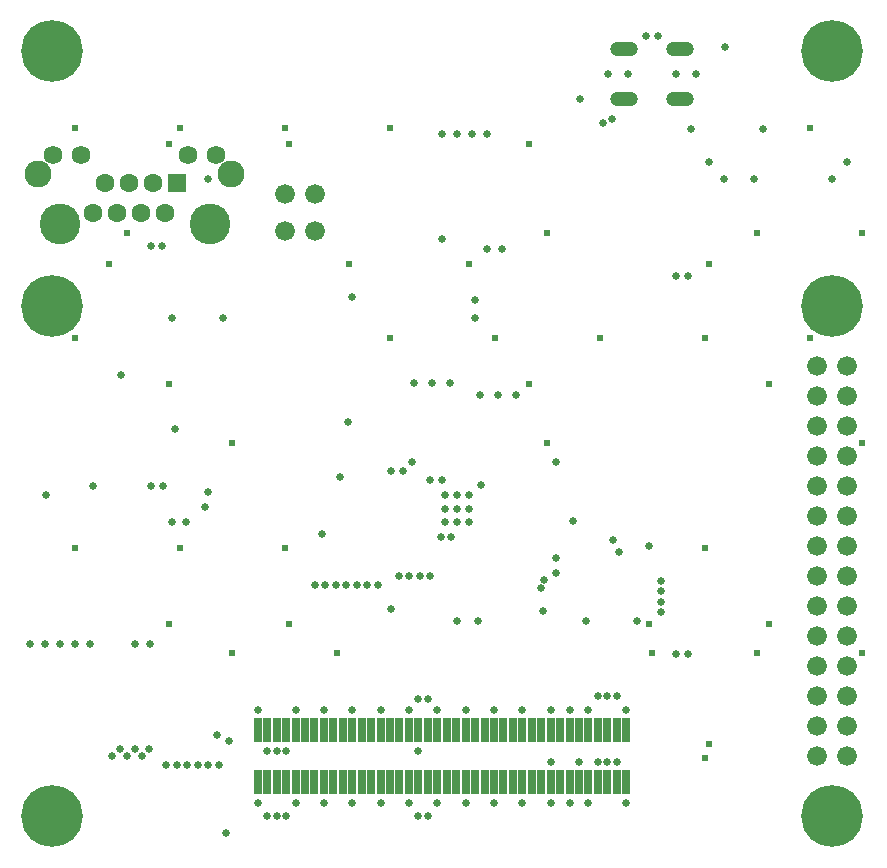
<source format=gbs>
G04*
G04 #@! TF.GenerationSoftware,Altium Limited,Altium Designer,24.0.1 (36)*
G04*
G04 Layer_Color=16711935*
%FSLAX44Y44*%
%MOMM*%
G71*
G04*
G04 #@! TF.SameCoordinates,4C79C2C8-5DE3-4804-94A9-F395A3FC2A11*
G04*
G04*
G04 #@! TF.FilePolarity,Negative*
G04*
G01*
G75*
%ADD33R,0.6500X2.1500*%
%ADD50C,1.6740*%
%ADD53C,1.5980*%
%ADD54R,1.5980X1.5980*%
%ADD55C,3.4500*%
%ADD56C,2.2780*%
%ADD57C,1.5900*%
%ADD58O,2.3500X1.2500*%
%ADD59C,0.6700*%
%ADD60C,5.2300*%
%ADD61C,0.6072*%
%ADD91C,0.6556*%
D33*
X486200Y28800D02*
D03*
Y72800D02*
D03*
X478200Y28800D02*
D03*
Y72800D02*
D03*
X470200Y28800D02*
D03*
Y72800D02*
D03*
X462200Y28800D02*
D03*
Y72800D02*
D03*
X454200Y28800D02*
D03*
Y72800D02*
D03*
X446200Y28800D02*
D03*
Y72800D02*
D03*
X438200Y28800D02*
D03*
Y72800D02*
D03*
X430200Y28800D02*
D03*
Y72800D02*
D03*
X422200Y28800D02*
D03*
Y72800D02*
D03*
X414200Y28800D02*
D03*
Y72800D02*
D03*
X406200Y28800D02*
D03*
Y72800D02*
D03*
X398200Y28800D02*
D03*
Y72800D02*
D03*
X390200Y28800D02*
D03*
Y72800D02*
D03*
X382200Y28800D02*
D03*
Y72800D02*
D03*
X374200Y28800D02*
D03*
Y72800D02*
D03*
X366200Y28800D02*
D03*
Y72800D02*
D03*
X358200Y28800D02*
D03*
Y72800D02*
D03*
X350200Y28800D02*
D03*
Y72800D02*
D03*
X342200Y28800D02*
D03*
Y72800D02*
D03*
X334200Y28800D02*
D03*
Y72800D02*
D03*
X326200Y28800D02*
D03*
Y72800D02*
D03*
X318200Y28800D02*
D03*
Y72800D02*
D03*
X310200Y28800D02*
D03*
Y72800D02*
D03*
X302200Y28800D02*
D03*
Y72800D02*
D03*
X294200Y28800D02*
D03*
Y72800D02*
D03*
X286200Y28800D02*
D03*
Y72800D02*
D03*
X278200Y28800D02*
D03*
Y72800D02*
D03*
X270200Y28800D02*
D03*
Y72800D02*
D03*
X262200Y28800D02*
D03*
Y72800D02*
D03*
X254200Y28800D02*
D03*
Y72800D02*
D03*
X246200Y28800D02*
D03*
Y72800D02*
D03*
X238200Y28800D02*
D03*
Y72800D02*
D03*
X230200Y28800D02*
D03*
Y72800D02*
D03*
X222200Y28800D02*
D03*
Y72800D02*
D03*
X214200Y28800D02*
D03*
Y72800D02*
D03*
X206200Y28800D02*
D03*
Y72800D02*
D03*
X198200Y28800D02*
D03*
Y72800D02*
D03*
X190200Y28800D02*
D03*
Y72800D02*
D03*
X182200Y28800D02*
D03*
Y72800D02*
D03*
X174200Y28800D02*
D03*
Y72800D02*
D03*
D50*
X647700Y279400D02*
D03*
Y254000D02*
D03*
Y228600D02*
D03*
Y203200D02*
D03*
Y177800D02*
D03*
Y152400D02*
D03*
Y127000D02*
D03*
Y101600D02*
D03*
Y76200D02*
D03*
Y50800D02*
D03*
X673100Y381000D02*
D03*
Y355600D02*
D03*
Y330200D02*
D03*
Y304800D02*
D03*
Y279400D02*
D03*
Y254000D02*
D03*
Y228600D02*
D03*
Y203200D02*
D03*
Y177800D02*
D03*
Y152400D02*
D03*
Y127000D02*
D03*
Y101600D02*
D03*
Y76200D02*
D03*
Y50800D02*
D03*
X647700Y381000D02*
D03*
Y355600D02*
D03*
Y330200D02*
D03*
Y304800D02*
D03*
X222250Y527050D02*
D03*
X196850D02*
D03*
Y495300D02*
D03*
X222250D02*
D03*
D53*
X95250Y510550D02*
D03*
X74930D02*
D03*
X85090Y535950D02*
D03*
X54610Y510550D02*
D03*
X64770Y535950D02*
D03*
X34290Y510550D02*
D03*
X44450Y535950D02*
D03*
D54*
X105410D02*
D03*
D55*
X6350Y501650D02*
D03*
X133350D02*
D03*
D56*
X-11450Y544050D02*
D03*
X151150D02*
D03*
D57*
X1250Y559920D02*
D03*
X24150D02*
D03*
X138450D02*
D03*
X115550D02*
D03*
D58*
X532000Y607150D02*
D03*
Y650150D02*
D03*
X484000Y607150D02*
D03*
Y650150D02*
D03*
D59*
X545500Y628650D02*
D03*
X470500D02*
D03*
D60*
X660400Y647700D02*
D03*
X0D02*
D03*
Y0D02*
D03*
X660400D02*
D03*
X0Y431800D02*
D03*
X660400D02*
D03*
D61*
X556260Y467360D02*
D03*
X607060Y365760D02*
D03*
Y162560D02*
D03*
X556260Y60960D02*
D03*
X505460Y162560D02*
D03*
X403860Y568960D02*
D03*
X353060Y467360D02*
D03*
X403860Y365760D02*
D03*
X251460Y467360D02*
D03*
X200660Y568960D02*
D03*
Y162560D02*
D03*
X99060Y568960D02*
D03*
X48260Y467360D02*
D03*
X99060Y365760D02*
D03*
Y162560D02*
D03*
X641350Y582930D02*
D03*
X685800Y494030D02*
D03*
X641350Y405130D02*
D03*
X685800Y316230D02*
D03*
Y138430D02*
D03*
X596900Y494030D02*
D03*
X552450Y405130D02*
D03*
Y227330D02*
D03*
X596900Y138430D02*
D03*
X552450Y49530D02*
D03*
X463550Y405130D02*
D03*
X508000Y138430D02*
D03*
X419100Y494030D02*
D03*
X374650Y405130D02*
D03*
X419100Y316230D02*
D03*
X285750Y582930D02*
D03*
Y405130D02*
D03*
X196850Y582930D02*
D03*
Y227330D02*
D03*
X241300Y138430D02*
D03*
X107950Y582930D02*
D03*
X152400Y316230D02*
D03*
X107950Y227330D02*
D03*
X152400Y138430D02*
D03*
X19050Y582930D02*
D03*
X63500Y494030D02*
D03*
X19050Y405130D02*
D03*
Y227330D02*
D03*
D91*
X447040Y607060D02*
D03*
X569539Y651036D02*
D03*
X58420Y373380D02*
D03*
X318200Y99060D02*
D03*
X310200D02*
D03*
X198200Y190D02*
D03*
X182200Y0D02*
D03*
X190200D02*
D03*
X147320Y-13970D02*
D03*
X318200Y190D02*
D03*
X310200D02*
D03*
X363220Y280670D02*
D03*
X480060Y223520D02*
D03*
X422200Y46170D02*
D03*
X446200Y46170D02*
D03*
X470200Y46170D02*
D03*
X190200Y55430D02*
D03*
X310200Y55430D02*
D03*
X594360Y539750D02*
D03*
X132080Y274320D02*
D03*
X304800Y299720D02*
D03*
X320040Y203200D02*
D03*
X311150D02*
D03*
X293370D02*
D03*
X302260D02*
D03*
X515620Y199390D02*
D03*
Y190500D02*
D03*
X538480Y137160D02*
D03*
X515620Y172720D02*
D03*
Y181610D02*
D03*
X528320Y457200D02*
D03*
X538480D02*
D03*
X528320Y137160D02*
D03*
X414020Y193040D02*
D03*
X415290Y173990D02*
D03*
X360680Y165100D02*
D03*
X416560Y200315D02*
D03*
X426720Y205740D02*
D03*
Y218440D02*
D03*
X222250Y195580D02*
D03*
X231140D02*
D03*
X240030D02*
D03*
X257810D02*
D03*
X248920D02*
D03*
X266700D02*
D03*
X275590D02*
D03*
X228600Y238760D02*
D03*
X381000Y480060D02*
D03*
X368300D02*
D03*
X330200Y488950D02*
D03*
X505460Y228600D02*
D03*
X495300Y165100D02*
D03*
X452120D02*
D03*
X474980Y233640D02*
D03*
X83820Y482600D02*
D03*
X92710D02*
D03*
X34290Y279400D02*
D03*
X113030Y248920D02*
D03*
X101600D02*
D03*
X-5080Y271780D02*
D03*
X101600Y421640D02*
D03*
X306478Y367257D02*
D03*
X321718D02*
D03*
X336958D02*
D03*
X392430Y356870D02*
D03*
X358140Y436880D02*
D03*
X104140Y327660D02*
D03*
X93980Y279400D02*
D03*
X358140Y421640D02*
D03*
X129540Y261620D02*
D03*
X83820Y279400D02*
D03*
X132080Y539750D02*
D03*
X96520Y43180D02*
D03*
X105410D02*
D03*
X243866Y287046D02*
D03*
X350200Y11430D02*
D03*
X144780Y421640D02*
D03*
X473710Y590078D02*
D03*
X466090Y586740D02*
D03*
X541020Y581660D02*
D03*
X149860Y63500D02*
D03*
X139700Y68580D02*
D03*
X123190Y43180D02*
D03*
X462200Y101600D02*
D03*
X470200D02*
D03*
X478200D02*
D03*
X368300Y577850D02*
D03*
X355600D02*
D03*
X342900D02*
D03*
X330200D02*
D03*
X297180Y292100D02*
D03*
X328930Y236220D02*
D03*
X198200Y55430D02*
D03*
X140970Y43180D02*
D03*
X132080D02*
D03*
X114300D02*
D03*
X182200Y55430D02*
D03*
X478200Y46170D02*
D03*
X462200D02*
D03*
X422200Y90170D02*
D03*
X398200D02*
D03*
X374200D02*
D03*
X69850Y57150D02*
D03*
X82191Y57509D02*
D03*
X57150Y57150D02*
D03*
X174200Y11430D02*
D03*
X398200D02*
D03*
X374200D02*
D03*
X69850Y146050D02*
D03*
X82550D02*
D03*
X6350Y146050D02*
D03*
X19050D02*
D03*
X31750Y146050D02*
D03*
X-6350Y146050D02*
D03*
X-19050Y146050D02*
D03*
X50800Y50800D02*
D03*
X63500D02*
D03*
X76200D02*
D03*
X502920Y660400D02*
D03*
X513080D02*
D03*
X438200Y11430D02*
D03*
X422200D02*
D03*
X438200Y90170D02*
D03*
X254200D02*
D03*
X230200D02*
D03*
X454200Y11430D02*
D03*
X302200D02*
D03*
X278200D02*
D03*
X254200D02*
D03*
X230200D02*
D03*
X206200D02*
D03*
X326200D02*
D03*
X486200D02*
D03*
X174200Y90170D02*
D03*
X206200D02*
D03*
X302200D02*
D03*
X278200D02*
D03*
X326200D02*
D03*
X350200D02*
D03*
X454200D02*
D03*
X486200D02*
D03*
X320040Y284480D02*
D03*
X287020Y292100D02*
D03*
X330200Y284480D02*
D03*
X250190Y334010D02*
D03*
X287020Y175260D02*
D03*
X426720Y299720D02*
D03*
X254000Y439420D02*
D03*
X673100Y553720D02*
D03*
X660400Y539750D02*
D03*
X556260Y553720D02*
D03*
X568960Y539750D02*
D03*
X601980Y581660D02*
D03*
X528000Y629000D02*
D03*
X488000D02*
D03*
X332740Y248920D02*
D03*
Y260350D02*
D03*
Y271780D02*
D03*
X353060D02*
D03*
Y260350D02*
D03*
Y248920D02*
D03*
X342900Y271780D02*
D03*
Y248920D02*
D03*
Y260350D02*
D03*
X337820Y236220D02*
D03*
X342900Y165100D02*
D03*
X441000Y250000D02*
D03*
X377190Y356870D02*
D03*
X361950D02*
D03*
M02*

</source>
